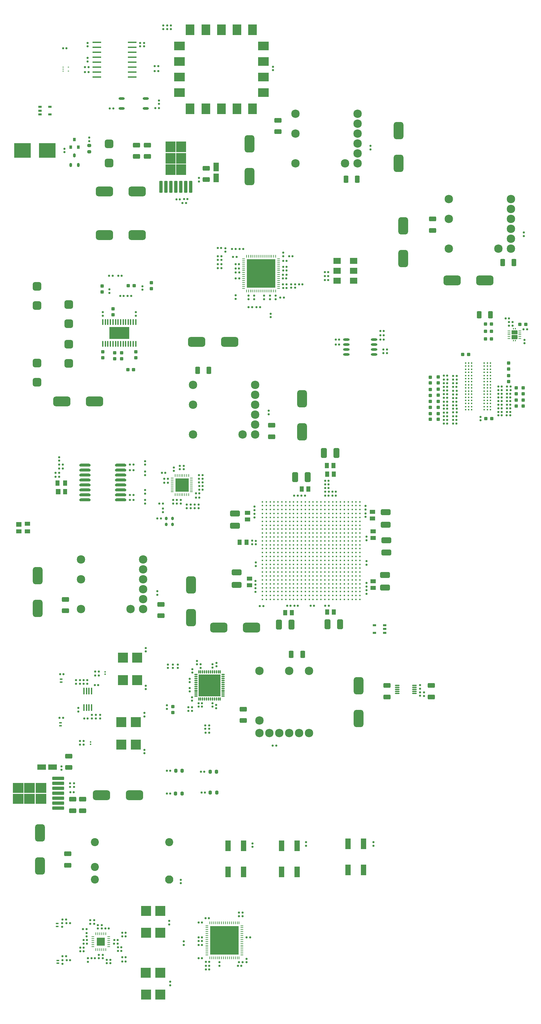
<source format=gtp>
%FSTAX23Y23*%
%MOIN*%
%SFA1B1*%

%IPPOS*%
%AMD34*
4,1,8,-0.021500,0.019500,-0.021500,-0.019500,-0.013500,-0.027500,0.013500,-0.027500,0.021500,-0.019500,0.021500,0.019500,0.013500,0.027500,-0.013500,0.027500,-0.021500,0.019500,0.0*
1,1,0.015913,-0.013500,0.019500*
1,1,0.015913,-0.013500,-0.019500*
1,1,0.015913,0.013500,-0.019500*
1,1,0.015913,0.013500,0.019500*
%
%AMD37*
4,1,8,-0.049200,0.062000,-0.049200,-0.062000,-0.024600,-0.086600,0.024600,-0.086600,0.049200,-0.062000,0.049200,0.062000,0.024600,0.086600,-0.024600,0.086600,-0.049200,0.062000,0.0*
1,1,0.049213,-0.024600,0.062000*
1,1,0.049213,-0.024600,-0.062000*
1,1,0.049213,0.024600,-0.062000*
1,1,0.049213,0.024600,0.062000*
%
%AMD38*
4,1,8,-0.004000,-0.010000,0.004000,-0.010000,0.010000,-0.004000,0.010000,0.004000,0.004000,0.010000,-0.004000,0.010000,-0.010000,0.004000,-0.010000,-0.004000,-0.004000,-0.010000,0.0*
1,1,0.012000,-0.004000,-0.004000*
1,1,0.012000,0.004000,-0.004000*
1,1,0.012000,0.004000,0.004000*
1,1,0.012000,-0.004000,0.004000*
%
%AMD40*
4,1,8,-0.017500,0.051500,-0.017500,-0.051500,-0.008800,-0.060200,0.008800,-0.060200,0.017500,-0.051500,0.017500,0.051500,0.008800,0.060200,-0.008800,0.060200,-0.017500,0.051500,0.0*
1,1,0.017520,-0.008800,0.051500*
1,1,0.017520,-0.008800,-0.051500*
1,1,0.017520,0.008800,-0.051500*
1,1,0.017520,0.008800,0.051500*
%
%AMD41*
4,1,8,0.023500,-0.027500,0.023500,0.027500,0.015500,0.035500,-0.015500,0.035500,-0.023500,0.027500,-0.023500,-0.027500,-0.015500,-0.035500,0.015500,-0.035500,0.023500,-0.027500,0.0*
1,1,0.015984,0.015500,-0.027500*
1,1,0.015984,0.015500,0.027500*
1,1,0.015984,-0.015500,0.027500*
1,1,0.015984,-0.015500,-0.027500*
%
%AMD42*
4,1,8,0.010000,-0.004000,0.010000,0.004000,0.004000,0.010000,-0.004000,0.010000,-0.010000,0.004000,-0.010000,-0.004000,-0.004000,-0.010000,0.004000,-0.010000,0.010000,-0.004000,0.0*
1,1,0.012000,0.004000,-0.004000*
1,1,0.012000,0.004000,0.004000*
1,1,0.012000,-0.004000,0.004000*
1,1,0.012000,-0.004000,-0.004000*
%
%AMD43*
4,1,8,0.027500,0.023500,-0.027500,0.023500,-0.035500,0.015500,-0.035500,-0.015500,-0.027500,-0.023500,0.027500,-0.023500,0.035500,-0.015500,0.035500,0.015500,0.027500,0.023500,0.0*
1,1,0.015984,0.027500,0.015500*
1,1,0.015984,-0.027500,0.015500*
1,1,0.015984,-0.027500,-0.015500*
1,1,0.015984,0.027500,-0.015500*
%
%AMD45*
4,1,8,0.066900,0.066900,-0.066900,0.066900,-0.066900,0.066900,-0.066900,-0.066900,-0.066900,-0.066900,0.066900,-0.066900,0.066900,-0.066900,0.066900,0.066900,0.066900,0.066900,0.0*
1,1,0.000000,0.066900,0.066900*
1,1,0.000000,-0.066900,0.066900*
1,1,0.000000,-0.066900,-0.066900*
1,1,0.000000,0.066900,-0.066900*
%
%AMD52*
4,1,8,0.062000,0.049200,-0.062000,0.049200,-0.086600,0.024600,-0.086600,-0.024600,-0.062000,-0.049200,0.062000,-0.049200,0.086600,-0.024600,0.086600,0.024600,0.062000,0.049200,0.0*
1,1,0.049213,0.062000,0.024600*
1,1,0.049213,-0.062000,0.024600*
1,1,0.049213,-0.062000,-0.024600*
1,1,0.049213,0.062000,-0.024600*
%
%AMD53*
4,1,8,0.029500,-0.037400,0.029500,0.037400,0.017700,0.049200,-0.017700,0.049200,-0.029500,0.037400,-0.029500,-0.037400,-0.017700,-0.049200,0.017700,-0.049200,0.029500,-0.037400,0.0*
1,1,0.023622,0.017700,-0.037400*
1,1,0.023622,0.017700,0.037400*
1,1,0.023622,-0.017700,0.037400*
1,1,0.023622,-0.017700,-0.037400*
%
%AMD54*
4,1,8,0.037400,0.029500,-0.037400,0.029500,-0.049200,0.017700,-0.049200,-0.017700,-0.037400,-0.029500,0.037400,-0.029500,0.049200,-0.017700,0.049200,0.017700,0.037400,0.029500,0.0*
1,1,0.023622,0.037400,0.017700*
1,1,0.023622,-0.037400,0.017700*
1,1,0.023622,-0.037400,-0.017700*
1,1,0.023622,0.037400,-0.017700*
%
%AMD55*
4,1,8,0.019500,0.021500,-0.019500,0.021500,-0.027500,0.013500,-0.027500,-0.013500,-0.019500,-0.021500,0.019500,-0.021500,0.027500,-0.013500,0.027500,0.013500,0.019500,0.021500,0.0*
1,1,0.015913,0.019500,0.013500*
1,1,0.015913,-0.019500,0.013500*
1,1,0.015913,-0.019500,-0.013500*
1,1,0.015913,0.019500,-0.013500*
%
%AMD57*
4,1,8,-0.011800,0.002800,-0.011800,-0.002800,-0.009900,-0.004700,0.009900,-0.004700,0.011800,-0.002800,0.011800,0.002800,0.009900,0.004700,-0.009900,0.004700,-0.011800,0.002800,0.0*
1,1,0.003874,-0.009900,0.002800*
1,1,0.003874,-0.009900,-0.002800*
1,1,0.003874,0.009900,-0.002800*
1,1,0.003874,0.009900,0.002800*
%
%AMD58*
4,1,8,0.017000,-0.011600,0.017000,0.011600,0.011100,0.017500,-0.011100,0.017500,-0.017000,0.011600,-0.017000,-0.011600,-0.011100,-0.017500,0.011100,-0.017500,0.017000,-0.011600,0.0*
1,1,0.011898,0.011100,-0.011600*
1,1,0.011898,0.011100,0.011600*
1,1,0.011898,-0.011100,0.011600*
1,1,0.011898,-0.011100,-0.011600*
%
%AMD59*
4,1,8,0.011600,0.017000,-0.011600,0.017000,-0.017500,0.011100,-0.017500,-0.011100,-0.011600,-0.017000,0.011600,-0.017000,0.017500,-0.011100,0.017500,0.011100,0.011600,0.017000,0.0*
1,1,0.011898,0.011600,0.011100*
1,1,0.011898,-0.011600,0.011100*
1,1,0.011898,-0.011600,-0.011100*
1,1,0.011898,0.011600,-0.011100*
%
%AMD61*
4,1,8,-0.011800,-0.015700,0.011800,-0.015700,0.019700,-0.007900,0.019700,0.007900,0.011800,0.015700,-0.011800,0.015700,-0.019700,0.007900,-0.019700,-0.007900,-0.011800,-0.015700,0.0*
1,1,0.015748,-0.011800,-0.007900*
1,1,0.015748,0.011800,-0.007900*
1,1,0.015748,0.011800,0.007900*
1,1,0.015748,-0.011800,0.007900*
%
%AMD62*
4,1,8,-0.012600,-0.016700,0.012600,-0.016700,0.014800,-0.014600,0.014800,0.014600,0.012600,0.016700,-0.012600,0.016700,-0.014800,0.014600,-0.014800,-0.014600,-0.012600,-0.016700,0.0*
1,1,0.004331,-0.012600,-0.014600*
1,1,0.004331,0.012600,-0.014600*
1,1,0.004331,0.012600,0.014600*
1,1,0.004331,-0.012600,0.014600*
%
%AMD63*
4,1,8,-0.007900,-0.018700,0.007900,-0.018700,0.014800,-0.011800,0.014800,0.011800,0.007900,0.018700,-0.007900,0.018700,-0.014800,0.011800,-0.014800,-0.011800,-0.007900,-0.018700,0.0*
1,1,0.013780,-0.007900,-0.011800*
1,1,0.013780,0.007900,-0.011800*
1,1,0.013780,0.007900,0.011800*
1,1,0.013780,-0.007900,0.011800*
%
%AMD66*
4,1,8,0.006400,0.015700,-0.006400,0.015700,-0.011800,0.010300,-0.011800,-0.010300,-0.006400,-0.015700,0.006400,-0.015700,0.011800,-0.010300,0.011800,0.010300,0.006400,0.015700,0.0*
1,1,0.010827,0.006400,0.010300*
1,1,0.010827,-0.006400,0.010300*
1,1,0.010827,-0.006400,-0.010300*
1,1,0.010827,0.006400,-0.010300*
%
%AMD68*
4,1,8,-0.023200,-0.042500,0.023200,-0.042500,0.044500,-0.021300,0.044500,0.021300,0.023200,0.042500,-0.023200,0.042500,-0.044500,0.021300,-0.044500,-0.021300,-0.023200,-0.042500,0.0*
1,1,0.042520,-0.023200,-0.021300*
1,1,0.042520,0.023200,-0.021300*
1,1,0.042520,0.023200,0.021300*
1,1,0.042520,-0.023200,0.021300*
%
%AMD73*
4,1,8,-0.051500,-0.017500,0.051500,-0.017500,0.060200,-0.008800,0.060200,0.008800,0.051500,0.017500,-0.051500,0.017500,-0.060200,0.008800,-0.060200,-0.008800,-0.051500,-0.017500,0.0*
1,1,0.017520,-0.051500,-0.008800*
1,1,0.017520,0.051500,-0.008800*
1,1,0.017520,0.051500,0.008800*
1,1,0.017520,-0.051500,0.008800*
%
%AMD79*
4,1,8,0.012800,-0.005900,0.012800,0.005900,0.011800,0.006900,-0.011800,0.006900,-0.012800,0.005900,-0.012800,-0.005900,-0.011800,-0.006900,0.011800,-0.006900,0.012800,-0.005900,0.0*
1,1,0.001969,0.011800,-0.005900*
1,1,0.001969,0.011800,0.005900*
1,1,0.001969,-0.011800,0.005900*
1,1,0.001969,-0.011800,-0.005900*
%
%AMD87*
4,1,8,-0.007900,0.003000,-0.007900,-0.003000,-0.005900,-0.004900,0.005900,-0.004900,0.007900,-0.003000,0.007900,0.003000,0.005900,0.004900,-0.005900,0.004900,-0.007900,0.003000,0.0*
1,1,0.003937,-0.005900,0.003000*
1,1,0.003937,-0.005900,-0.003000*
1,1,0.003937,0.005900,-0.003000*
1,1,0.003937,0.005900,0.003000*
%
%AMD93*
4,1,8,0.015700,-0.011800,0.015700,0.011800,0.007900,0.019700,-0.007900,0.019700,-0.015700,0.011800,-0.015700,-0.011800,-0.007900,-0.019700,0.007900,-0.019700,0.015700,-0.011800,0.0*
1,1,0.015748,0.007900,-0.011800*
1,1,0.015748,0.007900,0.011800*
1,1,0.015748,-0.007900,0.011800*
1,1,0.015748,-0.007900,-0.011800*
%
%ADD30R,0.101378X0.106693*%
%ADD31R,0.203149X0.122047*%
%ADD32R,0.106693X0.101378*%
%ADD33C,0.017716*%
G04~CAMADD=34~8~0.0~0.0~550.0~430.0~79.6~0.0~15~0.0~0.0~0.0~0.0~0~0.0~0.0~0.0~0.0~0~0.0~0.0~0.0~90.0~430.0~550.0*
%ADD34D34*%
%ADD35R,0.053150X0.106299*%
%ADD36C,0.085000*%
G04~CAMADD=37~8~0.0~0.0~1732.3~984.3~246.1~0.0~15~0.0~0.0~0.0~0.0~0~0.0~0.0~0.0~0.0~0~0.0~0.0~0.0~90.0~984.0~1732.0*
%ADD37D37*%
G04~CAMADD=38~8~0.0~0.0~200.0~200.0~60.0~0.0~15~0.0~0.0~0.0~0.0~0~0.0~0.0~0.0~0.0~0~0.0~0.0~0.0~180.0~200.0~200.0*
%ADD38D38*%
%ADD39R,0.037401X0.019685*%
G04~CAMADD=40~8~0.0~0.0~1204.7~350.4~87.6~0.0~15~0.0~0.0~0.0~0.0~0~0.0~0.0~0.0~0.0~0~0.0~0.0~0.0~90.0~350.0~1204.0*
%ADD40D40*%
G04~CAMADD=41~8~0.0~0.0~710.0~470.0~79.9~0.0~15~0.0~0.0~0.0~0.0~0~0.0~0.0~0.0~0.0~0~0.0~0.0~0.0~270.0~470.0~710.0*
%ADD41D41*%
G04~CAMADD=42~8~0.0~0.0~200.0~200.0~60.0~0.0~15~0.0~0.0~0.0~0.0~0~0.0~0.0~0.0~0.0~0~0.0~0.0~0.0~270.0~200.0~200.0*
%ADD42D42*%
G04~CAMADD=43~8~0.0~0.0~710.0~470.0~79.9~0.0~15~0.0~0.0~0.0~0.0~0~0.0~0.0~0.0~0.0~0~0.0~0.0~0.0~0.0~710.0~470.0*
%ADD43D43*%
%ADD44R,0.031496X0.009843*%
G04~CAMADD=45~8~0.0~0.0~1338.6~1338.6~0.0~0.0~15~0.0~0.0~0.0~0.0~0~0.0~0.0~0.0~0.0~0~0.0~0.0~0.0~0.0~1338.6~1338.6*
%ADD45D45*%
%ADD46R,0.009843X0.031496*%
%ADD47O,0.031496X0.009055*%
%ADD48O,0.009055X0.031496*%
%ADD49R,0.291338X0.291338*%
%ADD50R,0.074803X0.059055*%
%ADD51O,0.053150X0.011811*%
G04~CAMADD=52~8~0.0~0.0~1732.3~984.3~246.1~0.0~15~0.0~0.0~0.0~0.0~0~0.0~0.0~0.0~0.0~0~0.0~0.0~0.0~0.0~1732.3~984.3*
%ADD52D52*%
G04~CAMADD=53~8~0.0~0.0~984.3~590.6~118.1~0.0~15~0.0~0.0~0.0~0.0~0~0.0~0.0~0.0~0.0~0~0.0~0.0~0.0~270.0~590.0~984.0*
%ADD53D53*%
G04~CAMADD=54~8~0.0~0.0~984.3~590.6~118.1~0.0~15~0.0~0.0~0.0~0.0~0~0.0~0.0~0.0~0.0~0~0.0~0.0~0.0~0.0~984.3~590.6*
%ADD54D54*%
G04~CAMADD=55~8~0.0~0.0~550.0~430.0~79.6~0.0~15~0.0~0.0~0.0~0.0~0~0.0~0.0~0.0~0.0~0~0.0~0.0~0.0~0.0~550.0~430.0*
%ADD55D55*%
%ADD56R,0.053150X0.086614*%
G04~CAMADD=57~8~0.0~0.0~94.5~236.2~19.4~0.0~15~0.0~0.0~0.0~0.0~0~0.0~0.0~0.0~0.0~0~0.0~0.0~0.0~90.0~236.0~95.0*
%ADD57D57*%
G04~CAMADD=58~8~0.0~0.0~350.0~340.0~59.5~0.0~15~0.0~0.0~0.0~0.0~0~0.0~0.0~0.0~0.0~0~0.0~0.0~0.0~270.0~340.0~350.0*
%ADD58D58*%
G04~CAMADD=59~8~0.0~0.0~350.0~340.0~59.5~0.0~15~0.0~0.0~0.0~0.0~0~0.0~0.0~0.0~0.0~0~0.0~0.0~0.0~0.0~350.0~340.0*
%ADD59D59*%
%ADD60O,0.064960X0.023622*%
G04~CAMADD=61~8~0.0~0.0~393.7~315.0~78.7~0.0~15~0.0~0.0~0.0~0.0~0~0.0~0.0~0.0~0.0~0~0.0~0.0~0.0~180.0~394.0~315.0*
%ADD61D61*%
G04~CAMADD=62~8~0.0~0.0~295.3~334.6~21.7~0.0~15~0.0~0.0~0.0~0.0~0~0.0~0.0~0.0~0.0~0~0.0~0.0~0.0~180.0~296.0~335.0*
%ADD62D62*%
G04~CAMADD=63~8~0.0~0.0~295.3~374.0~68.9~0.0~15~0.0~0.0~0.0~0.0~0~0.0~0.0~0.0~0.0~0~0.0~0.0~0.0~180.0~296.0~374.0*
%ADD63D63*%
%ADD64R,0.108268X0.088582*%
%ADD65R,0.088582X0.108268*%
G04~CAMADD=66~8~0.0~0.0~236.2~315.0~54.1~0.0~15~0.0~0.0~0.0~0.0~0~0.0~0.0~0.0~0.0~0~0.0~0.0~0.0~0.0~236.2~315.0*
%ADD66D66*%
%ADD67O,0.011811X0.062992*%
G04~CAMADD=68~8~0.0~0.0~889.8~850.4~212.6~0.0~15~0.0~0.0~0.0~0.0~0~0.0~0.0~0.0~0.0~0~0.0~0.0~0.0~180.0~890.0~850.0*
%ADD68D68*%
%ADD69R,0.047244X0.055118*%
%ADD70R,0.039370X0.055118*%
%ADD71R,0.055118X0.047244*%
%ADD72R,0.055118X0.039370*%
G04~CAMADD=73~8~0.0~0.0~1204.7~350.4~87.6~0.0~15~0.0~0.0~0.0~0.0~0~0.0~0.0~0.0~0.0~0~0.0~0.0~0.0~180.0~1204.0~349.0*
%ADD73D73*%
%ADD74R,0.102362X0.098425*%
%ADD75R,0.291338X0.291338*%
%ADD76R,0.082677X0.082677*%
%ADD77O,0.007874X0.031496*%
%ADD78O,0.031496X0.007874*%
G04~CAMADD=79~8~0.0~0.0~137.8~255.9~9.8~0.0~15~0.0~0.0~0.0~0.0~0~0.0~0.0~0.0~0.0~0~0.0~0.0~0.0~270.0~256.0~138.0*
%ADD79D79*%
%ADD80O,0.011024X0.033465*%
%ADD81O,0.033465X0.011024*%
%ADD82R,0.220472X0.220472*%
%ADD83O,0.015748X0.070866*%
%ADD84R,0.018000X0.012000*%
%ADD85O,0.115000X0.030000*%
%ADD86R,0.167000X0.150000*%
G04~CAMADD=87~8~0.0~0.0~98.4~157.5~19.7~0.0~15~0.0~0.0~0.0~0.0~0~0.0~0.0~0.0~0.0~0~0.0~0.0~0.0~90.0~158.0~99.0*
%ADD87D87*%
%ADD88C,0.083031*%
%ADD89C,0.081000*%
%ADD90R,0.086614X0.053150*%
%ADD91O,0.062992X0.023622*%
%ADD92R,0.086575X0.018071*%
G04~CAMADD=93~8~0.0~0.0~393.7~315.0~78.7~0.0~15~0.0~0.0~0.0~0.0~0~0.0~0.0~0.0~0.0~0~0.0~0.0~0.0~270.0~316.0~394.0*
%ADD93D93*%
%LNprob_s7cas_pcb-1*%
%LPD*%
G36*
X054Y07084D02*
X05406Y07084D01*
X05406*
X05407Y07083*
X05408Y07083*
X05408Y07082*
Y07082*
Y07072*
Y07072*
X05408Y07071*
X05407Y07071*
X05406Y0707*
X05406*
X054*
X054*
X05399Y07071*
X05398Y07071*
X05398Y07072*
Y07072*
Y07082*
Y07082*
X05398Y07083*
X05399Y07083*
X054Y07084*
X054*
G37*
G36*
X0538D02*
X05386Y07084D01*
X05387*
X05387Y07083*
X05388Y07083*
X05388Y07082*
Y07082*
X05388Y07072*
Y07072*
X05388Y07071*
X05387Y07071*
X05387Y0707*
X05386*
X0538*
X0538*
X05379Y07071*
X05379Y07071*
X05378Y07072*
Y07072*
Y07082*
Y07082*
X05379Y07083*
X05379Y07083*
X0538Y07084*
X0538*
G37*
G36*
X05421Y07062D02*
X05422Y07061D01*
X05423Y07059*
Y07058*
Y07025*
Y07024*
X05422Y07022*
X05421Y07021*
X0542Y07021*
X05419*
X05368Y07021*
X05367*
X05365Y07021*
X05364Y07022*
X05364Y07024*
Y07025*
Y07058*
X05364Y07059*
X05364Y07061*
X05365Y07062*
X05367Y07062*
X05368Y07062*
X05419Y07062*
X0542*
X05421Y07062*
G37*
G36*
X0542Y07013D02*
X05421Y07012D01*
X05422Y07011*
X05423Y0701*
Y07009*
X05423Y06975*
Y06974*
X05422Y06973*
X05421Y06972*
X0542Y06971*
X05419*
X05368*
X05367*
X05365Y06972*
X05364Y06973*
X05364Y06974*
Y06975*
Y07009*
Y0701*
X05364Y07011*
X05365Y07012*
X05367Y07013*
X05368*
X05419Y07013*
X0542Y07013*
G37*
G36*
X054Y06963D02*
X05406D01*
X05406Y06963*
X05407Y06963*
X05408Y06962*
X05408Y06962*
Y06961*
Y06952*
Y06951*
X05408Y06951*
X05407Y0695*
X05406Y0695*
X05406*
X054Y0695*
X054Y0695*
X05399Y0695*
X05398Y06951*
X05398Y06951*
Y06952*
X05398Y06961*
Y06962*
X05398Y06962*
X05399Y06963*
X054Y06963*
X054*
G37*
G36*
X0538D02*
X05386D01*
X05387Y06963*
X05387Y06963*
X05388Y06962*
X05388Y06962*
Y06961*
Y06952*
Y06951*
X05388Y06951*
X05387Y0695*
X05387Y0695*
X05386*
X0538Y0695*
X0538Y0695*
X05379Y0695*
X05379Y06951*
X05378Y06951*
Y06952*
X05378Y06961*
Y06962*
X05379Y06962*
X05379Y06963*
X0538Y06963*
X0538*
G37*
G36*
X02098Y05527D02*
X02064D01*
Y05561*
X02098*
Y05527*
G37*
G36*
X02056D02*
X02021D01*
Y05561*
X02056*
Y05527*
G37*
G36*
X02014D02*
X01979D01*
Y05561*
X02014*
Y05527*
G37*
G36*
X02098Y05485D02*
X02064D01*
Y05519*
X02098*
Y05485*
G37*
G36*
X02056D02*
X02021D01*
Y05519*
X02056*
Y05485*
G37*
G36*
X02014D02*
X01979D01*
Y05519*
X02014*
Y05485*
G37*
G36*
X02098Y05442D02*
X02064D01*
Y05477*
X02098*
Y05442*
G37*
G36*
X02056D02*
X02021D01*
Y05477*
X02056*
Y05442*
G37*
G36*
X02014D02*
X01979D01*
Y05477*
X02014*
Y05442*
G37*
G54D30*
X02032Y08796D03*
Y08681D03*
Y0891D03*
X01923D03*
Y08681D03*
Y08796D03*
G54D31*
X01407Y07033D03*
G54D32*
X00502Y02448D03*
X00616D03*
X00387D03*
Y02338D03*
X00616D03*
X00502D03*
G54D33*
X0285Y05332D03*
Y05293D03*
Y05214D03*
Y05254D03*
Y05175D03*
Y05136D03*
Y05057D03*
Y05017D03*
Y04978D03*
Y04899D03*
Y04939D03*
Y05096D03*
Y0486D03*
Y04821D03*
Y04781D03*
Y04742D03*
Y04663D03*
Y04702D03*
Y04624D03*
Y04466D03*
Y04427D03*
Y04506D03*
Y04545D03*
Y04584D03*
Y04388D03*
Y04348D03*
X0289Y05332D03*
Y05293D03*
Y05254D03*
Y05214D03*
Y05175D03*
Y05136D03*
Y05096D03*
Y05057D03*
Y05017D03*
Y04978D03*
Y04939D03*
Y04899D03*
Y0486D03*
Y04821D03*
Y04781D03*
Y04742D03*
Y04702D03*
Y04663D03*
Y04624D03*
Y04584D03*
Y04545D03*
Y04506D03*
Y04466D03*
Y04427D03*
Y04388D03*
Y04348D03*
X02929Y05332D03*
Y05293D03*
Y05254D03*
Y05214D03*
Y05175D03*
Y05136D03*
Y05096D03*
Y05057D03*
Y05017D03*
Y04978D03*
Y04939D03*
Y04899D03*
Y0486D03*
Y04821D03*
Y04781D03*
Y04742D03*
Y04702D03*
Y04663D03*
Y04624D03*
Y04584D03*
Y04545D03*
Y04506D03*
Y04466D03*
Y04427D03*
Y04388D03*
Y04348D03*
X02968Y05332D03*
Y05293D03*
Y05254D03*
Y05214D03*
Y05175D03*
Y05136D03*
Y05096D03*
Y05057D03*
Y05017D03*
Y04978D03*
Y04939D03*
Y04899D03*
Y0486D03*
Y04821D03*
Y04781D03*
Y04742D03*
Y04702D03*
Y04663D03*
Y04624D03*
Y04584D03*
Y04545D03*
Y04506D03*
Y04466D03*
Y04427D03*
Y04388D03*
Y04348D03*
X03008Y05332D03*
Y05293D03*
Y05254D03*
Y05214D03*
Y05175D03*
Y05136D03*
Y05096D03*
Y05057D03*
Y05017D03*
Y04978D03*
Y04939D03*
Y04899D03*
Y0486D03*
Y04821D03*
Y04781D03*
Y04742D03*
Y04702D03*
Y04663D03*
Y04624D03*
Y04584D03*
Y04545D03*
Y04506D03*
Y04466D03*
Y04427D03*
Y04388D03*
Y04348D03*
X03047Y05332D03*
Y05293D03*
Y05254D03*
Y05214D03*
Y05175D03*
Y05136D03*
Y05096D03*
Y05057D03*
Y05017D03*
Y04978D03*
Y04939D03*
Y04899D03*
Y0486D03*
Y04821D03*
Y04781D03*
Y04742D03*
Y04702D03*
Y04663D03*
Y04624D03*
Y04584D03*
Y04545D03*
Y04506D03*
Y04466D03*
Y04427D03*
Y04388D03*
Y04348D03*
X03086Y05332D03*
Y05293D03*
Y05254D03*
Y05214D03*
Y05175D03*
Y05136D03*
Y05096D03*
Y05057D03*
Y05017D03*
Y04978D03*
Y04939D03*
Y04899D03*
Y0486D03*
Y04821D03*
Y04781D03*
Y04742D03*
Y04702D03*
Y04663D03*
Y04624D03*
Y04584D03*
Y04545D03*
Y04506D03*
Y04466D03*
Y04427D03*
Y04388D03*
Y04348D03*
X03126Y05332D03*
Y05293D03*
Y05254D03*
Y05214D03*
Y05175D03*
Y05136D03*
Y05096D03*
Y05057D03*
Y05017D03*
Y04978D03*
Y04939D03*
Y04899D03*
Y0486D03*
Y04821D03*
Y04781D03*
Y04742D03*
Y04702D03*
Y04663D03*
Y04624D03*
Y04584D03*
Y04545D03*
Y04506D03*
Y04466D03*
Y04427D03*
Y04388D03*
Y04348D03*
X03165Y05332D03*
Y05293D03*
Y05254D03*
Y05214D03*
Y05175D03*
Y05136D03*
Y05096D03*
Y05057D03*
Y05017D03*
Y04978D03*
Y04939D03*
Y04899D03*
Y0486D03*
Y04821D03*
Y04781D03*
Y04742D03*
Y04702D03*
Y04663D03*
Y04624D03*
Y04584D03*
Y04545D03*
Y04506D03*
Y04466D03*
Y04427D03*
Y04388D03*
Y04348D03*
X03205Y05332D03*
Y05293D03*
Y05254D03*
Y05214D03*
Y05175D03*
Y05136D03*
Y05096D03*
Y05057D03*
Y05017D03*
Y04978D03*
Y04939D03*
Y04899D03*
Y0486D03*
Y04821D03*
Y04781D03*
Y04742D03*
Y04702D03*
Y04663D03*
Y04624D03*
Y04584D03*
Y04545D03*
Y04506D03*
Y04466D03*
Y04427D03*
Y04388D03*
Y04348D03*
X03244Y05332D03*
Y05293D03*
Y05254D03*
Y05214D03*
Y05175D03*
Y05136D03*
Y05096D03*
Y05057D03*
Y05017D03*
Y04978D03*
Y04939D03*
Y04899D03*
Y0486D03*
Y04821D03*
Y04781D03*
Y04742D03*
Y04702D03*
Y04663D03*
Y04624D03*
Y04584D03*
Y04545D03*
Y04506D03*
Y04466D03*
Y04427D03*
Y04388D03*
Y04348D03*
X03283Y05332D03*
Y05293D03*
Y05254D03*
Y05214D03*
Y05175D03*
Y05136D03*
Y05096D03*
Y05057D03*
Y05017D03*
Y04978D03*
Y04939D03*
Y04899D03*
Y0486D03*
Y04821D03*
Y04781D03*
Y04742D03*
Y04702D03*
Y04663D03*
Y04624D03*
Y04584D03*
Y04545D03*
Y04506D03*
Y04466D03*
Y04427D03*
Y04388D03*
Y04348D03*
X03323Y05332D03*
Y05293D03*
Y05254D03*
Y05214D03*
Y05175D03*
Y05136D03*
Y05096D03*
Y05057D03*
Y05017D03*
Y04978D03*
Y04939D03*
Y04899D03*
Y0486D03*
Y04821D03*
Y04781D03*
Y04742D03*
Y04702D03*
Y04663D03*
Y04624D03*
Y04584D03*
Y04545D03*
Y04506D03*
Y04466D03*
Y04427D03*
Y04388D03*
Y04348D03*
X03362Y05332D03*
Y05293D03*
Y05254D03*
Y05214D03*
Y05175D03*
Y05136D03*
Y05096D03*
Y05057D03*
Y05017D03*
Y04978D03*
Y04939D03*
Y04899D03*
Y0486D03*
Y04821D03*
Y04781D03*
Y04742D03*
Y04702D03*
Y04663D03*
Y04624D03*
Y04584D03*
Y04545D03*
Y04506D03*
Y04466D03*
Y04427D03*
Y04388D03*
Y04348D03*
X03401Y05332D03*
Y05293D03*
Y05254D03*
Y05214D03*
Y05175D03*
Y05136D03*
Y05096D03*
Y05057D03*
Y05017D03*
Y04978D03*
Y04939D03*
Y04899D03*
Y0486D03*
Y04821D03*
Y04781D03*
Y04742D03*
Y04702D03*
Y04663D03*
Y04624D03*
Y04584D03*
Y04545D03*
Y04506D03*
Y04466D03*
Y04427D03*
Y04388D03*
Y04348D03*
X03441Y05332D03*
Y05293D03*
Y05254D03*
Y05214D03*
Y05175D03*
Y05136D03*
Y05096D03*
Y05057D03*
Y05017D03*
Y04978D03*
Y04939D03*
Y04899D03*
Y0486D03*
Y04821D03*
Y04781D03*
Y04742D03*
Y04702D03*
Y04663D03*
Y04624D03*
Y04584D03*
Y04545D03*
Y04506D03*
Y04466D03*
Y04427D03*
Y04388D03*
Y04348D03*
X0348Y05332D03*
Y05293D03*
Y05254D03*
Y05214D03*
Y05175D03*
Y05136D03*
Y05096D03*
Y05057D03*
Y05017D03*
Y04978D03*
Y04939D03*
Y04899D03*
Y0486D03*
Y04821D03*
Y04781D03*
Y04742D03*
Y04702D03*
Y04663D03*
Y04624D03*
Y04584D03*
Y04545D03*
Y04506D03*
Y04466D03*
Y04427D03*
Y04388D03*
Y04348D03*
X03519Y05332D03*
Y05293D03*
Y05254D03*
Y05214D03*
Y05175D03*
Y05136D03*
Y05096D03*
Y05057D03*
Y05017D03*
Y04978D03*
Y04939D03*
Y04899D03*
Y0486D03*
Y04821D03*
Y04781D03*
Y04742D03*
Y04702D03*
Y04663D03*
Y04624D03*
Y04584D03*
Y04545D03*
Y04506D03*
Y04466D03*
Y04427D03*
Y04388D03*
Y04348D03*
X03559Y05332D03*
Y05293D03*
Y05254D03*
Y05214D03*
Y05175D03*
Y05136D03*
Y05096D03*
Y05057D03*
Y05017D03*
Y04978D03*
Y04939D03*
Y04899D03*
Y0486D03*
Y04821D03*
Y04781D03*
Y04742D03*
Y04702D03*
Y04663D03*
Y04624D03*
Y04584D03*
Y04545D03*
Y04506D03*
Y04466D03*
Y04427D03*
Y04388D03*
Y04348D03*
X03598Y05332D03*
Y05293D03*
Y05254D03*
Y05214D03*
Y05175D03*
Y05136D03*
Y05096D03*
Y05057D03*
Y05017D03*
Y04978D03*
Y04939D03*
Y04899D03*
Y0486D03*
Y04821D03*
Y04781D03*
Y04742D03*
Y04702D03*
Y04663D03*
Y04624D03*
Y04584D03*
Y04545D03*
Y04506D03*
Y04466D03*
Y04427D03*
Y04388D03*
Y04348D03*
X03638Y05332D03*
Y05293D03*
Y05254D03*
Y05214D03*
Y05175D03*
Y05136D03*
Y05096D03*
Y05057D03*
Y05017D03*
Y04978D03*
Y04939D03*
Y04899D03*
Y0486D03*
Y04821D03*
Y04781D03*
Y04742D03*
Y04702D03*
Y04663D03*
Y04624D03*
Y04584D03*
Y04545D03*
Y04506D03*
Y04466D03*
Y04427D03*
Y04388D03*
Y04348D03*
X03677Y05332D03*
Y05293D03*
Y05254D03*
Y05214D03*
Y05175D03*
Y05136D03*
Y05096D03*
Y05057D03*
Y05017D03*
Y04978D03*
Y04939D03*
Y04899D03*
Y0486D03*
Y04821D03*
Y04781D03*
Y04742D03*
Y04702D03*
Y04663D03*
Y04624D03*
Y04584D03*
Y04545D03*
Y04506D03*
Y04466D03*
Y04427D03*
Y04388D03*
Y04348D03*
X03716Y05332D03*
Y05293D03*
Y05254D03*
Y05214D03*
Y05175D03*
Y05136D03*
Y05096D03*
Y05057D03*
Y05017D03*
Y04978D03*
Y04939D03*
Y04899D03*
Y0486D03*
Y04821D03*
Y04781D03*
Y04742D03*
Y04702D03*
Y04663D03*
Y04624D03*
Y04584D03*
Y04545D03*
Y04506D03*
Y04466D03*
Y04427D03*
Y04388D03*
Y04348D03*
X03756Y05332D03*
Y05293D03*
Y05254D03*
Y05214D03*
Y05175D03*
Y05136D03*
Y05096D03*
Y05057D03*
Y05017D03*
Y04978D03*
Y04939D03*
Y04899D03*
Y0486D03*
Y04821D03*
Y04781D03*
Y04742D03*
Y04702D03*
Y04663D03*
Y04624D03*
Y04584D03*
Y04545D03*
Y04506D03*
Y04466D03*
Y04427D03*
Y04388D03*
Y04348D03*
X03795Y05332D03*
Y05293D03*
Y05254D03*
Y05214D03*
Y05175D03*
Y05136D03*
Y05096D03*
Y05057D03*
Y05017D03*
Y04978D03*
Y04939D03*
Y04899D03*
Y0486D03*
Y04821D03*
Y04781D03*
Y04742D03*
Y04702D03*
Y04663D03*
Y04624D03*
Y04584D03*
Y04545D03*
Y04506D03*
Y04466D03*
Y04427D03*
Y04388D03*
Y04348D03*
X03834Y05332D03*
Y05293D03*
Y05254D03*
Y05214D03*
Y05175D03*
Y05136D03*
Y05096D03*
Y05057D03*
Y05017D03*
Y04978D03*
Y04939D03*
Y04899D03*
Y0486D03*
Y04821D03*
Y04781D03*
Y04742D03*
Y04702D03*
Y04663D03*
Y04624D03*
Y04584D03*
Y04545D03*
Y04506D03*
Y04466D03*
Y04427D03*
Y04388D03*
Y04348D03*
X05151Y0626D03*
X05119D03*
X05088D03*
X04962D03*
X0493D03*
X04899D03*
X05151Y06291D03*
X05119D03*
X05088D03*
X04962D03*
X0493D03*
X04899D03*
X05151Y06323D03*
X05119D03*
X05088D03*
X04962D03*
X0493D03*
X04899D03*
X05151Y06354D03*
X05119D03*
X05088D03*
X04962D03*
X0493D03*
X04899D03*
X05151Y06386D03*
X05119D03*
X05088D03*
X04962D03*
X0493D03*
X04899D03*
X05151Y06417D03*
X05119D03*
X05088D03*
X04962D03*
X0493D03*
X04899D03*
X05151Y06449D03*
X05119D03*
X05088D03*
X04962D03*
X0493D03*
X04899D03*
X05151Y0648D03*
X05119D03*
X05088D03*
X04962D03*
X0493D03*
X04899D03*
X05151Y06512D03*
X05119D03*
X05088D03*
X04962D03*
X0493D03*
X04899D03*
X05151Y06543D03*
X05119D03*
X05088D03*
X04962D03*
X0493D03*
X04899D03*
X05151Y06575D03*
X05119D03*
X05088D03*
X04962D03*
X0493D03*
X04899D03*
X05151Y06606D03*
X05119D03*
X05088D03*
X04962D03*
X0493D03*
X04899D03*
X05151Y06638D03*
X05119D03*
X05088D03*
X04962D03*
X0493D03*
X04899D03*
X05151Y06669D03*
X05119D03*
X05088D03*
X04962D03*
X0493D03*
X04899D03*
X05151Y06701D03*
X05119D03*
X05088D03*
X04962D03*
X0493D03*
X04899D03*
X05151Y06732D03*
X05119D03*
X05088D03*
X04962D03*
X0493D03*
X04899D03*
G54D34*
X03148Y04216D03*
X03081D03*
X03568Y05699D03*
X03501D03*
X0357Y0561D03*
X03503D03*
X03571Y04222D03*
X03504D03*
X02622Y04926D03*
X02689D03*
X03314Y05461D03*
X03247D03*
G54D35*
X02503Y01866D03*
X0266Y016D03*
Y01866D03*
X02503Y016D03*
X03043D03*
X032Y01866D03*
Y016D03*
X03043Y01866D03*
X03713Y01886D03*
X0387Y0162D03*
Y01886D03*
X03713Y0162D03*
G54D36*
X03319Y03627D03*
X03119D03*
X02819D03*
X03319Y03002D03*
X03119D03*
X03219D03*
X02919D03*
X03019D03*
X02819Y03127D03*
Y03002D03*
X0381Y08743D03*
X03685D03*
X0381Y08943D03*
Y08843D03*
Y09143D03*
Y09043D03*
Y09243D03*
X03185Y08743D03*
Y09043D03*
Y09243D03*
X04732Y08386D03*
Y08186D03*
Y07886D03*
X05357Y08386D03*
Y08186D03*
Y08286D03*
Y07986D03*
Y08086D03*
X05232Y07886D03*
X05357D03*
X01022Y04752D03*
Y04552D03*
Y04252D03*
X01647Y04752D03*
Y04552D03*
Y04652D03*
Y04352D03*
Y04452D03*
X01522Y04252D03*
X01647D03*
X02776Y0601D03*
X02651D03*
X02776Y0621D03*
Y0611D03*
Y0641D03*
Y0631D03*
Y0651D03*
X02151Y0601D03*
Y0631D03*
Y0651D03*
G54D37*
X04272Y07783D03*
Y08113D03*
X04225Y08743D03*
Y09074D03*
X02719Y08942D03*
Y08612D03*
X0382Y03478D03*
Y03147D03*
X03251Y06039D03*
Y0637D03*
X02129Y04163D03*
Y04494D03*
X00583Y04589D03*
Y04258D03*
X00608Y01662D03*
Y01993D03*
G54D38*
X01213Y03148D03*
Y03183D03*
X02985Y07411D03*
Y07376D03*
X02709Y07411D03*
Y07376D03*
X02867Y07411D03*
Y07376D03*
X02926Y07411D03*
Y07376D03*
X02768Y07411D03*
Y07376D03*
X02582Y07413D03*
Y07378D03*
X02478Y07888D03*
Y07853D03*
X03179Y07525D03*
Y0749D03*
X03139Y07525D03*
Y0749D03*
X03059Y07809D03*
Y07844D03*
X02935Y07193D03*
Y07228D03*
X0394Y08921D03*
Y08886D03*
X04441Y03377D03*
Y03412D03*
X04441Y03483D03*
Y03448D03*
X04479Y03411D03*
Y03376D03*
X03889Y0529D03*
Y05255D03*
X02782Y04533D03*
Y04498D03*
X02782Y04426D03*
Y04461D03*
X039Y04698D03*
Y04733D03*
Y04514D03*
Y04479D03*
Y04406D03*
Y04441D03*
Y0498D03*
Y04945D03*
X03889Y05181D03*
Y05216D03*
X02785Y04686D03*
Y04721D03*
X02747Y04906D03*
Y04941D03*
X02785Y04904D03*
Y04939D03*
X0277Y05176D03*
Y05211D03*
X0277Y05283D03*
Y05248D03*
X02914Y0625D03*
Y06215D03*
X02211Y08597D03*
Y08562D03*
X05049Y06153D03*
Y06188D03*
X05493Y0693D03*
Y06965D03*
X05487Y08047D03*
Y08012D03*
X01104Y09004D03*
Y08969D03*
X00853Y08892D03*
Y08857D03*
X01852Y10098D03*
Y10133D03*
X01891Y10099D03*
Y10134D03*
X01927Y10099D03*
Y10134D03*
X01617Y09958D03*
Y09923D03*
X01657Y09958D03*
Y09923D03*
X01807Y09379D03*
Y09344D03*
X01087Y09772D03*
Y09807D03*
X01087Y09958D03*
Y09923D03*
X02087Y05303D03*
Y05268D03*
X02128Y05303D03*
Y05268D03*
X02167Y05303D03*
Y05268D03*
X02207Y05303D03*
Y05268D03*
X02016Y0566D03*
Y05695D03*
X01957Y05643D03*
Y05678D03*
X02056Y0566D03*
Y05695D03*
X02027Y05351D03*
Y05316D03*
X0195Y05351D03*
Y05316D03*
X01988D03*
Y05351D03*
X01846Y05263D03*
Y05228D03*
X01306Y07474D03*
Y07439D03*
X01639Y07506D03*
Y07471D03*
X01574Y07243D03*
Y07208D03*
X01241Y07243D03*
Y07208D03*
X01667Y05742D03*
Y05707D03*
X01667Y05602D03*
Y05637D03*
X01667Y05316D03*
Y05351D03*
X01667Y0545D03*
Y05415D03*
X01789Y04431D03*
Y04396D03*
X02026Y01522D03*
Y01487D03*
X00824Y02665D03*
Y0263D03*
X00949Y02493D03*
Y02458D03*
X00911Y02459D03*
Y02494D03*
X02056Y009D03*
Y00865D03*
X01921Y00458D03*
Y00493D03*
X02692Y00691D03*
Y00726D03*
X02418Y00656D03*
Y00691D03*
X00832Y01084D03*
Y01049D03*
X00835Y0071D03*
Y00675D03*
X01911Y01072D03*
Y01107D03*
X012Y0073D03*
Y00765D03*
X01192Y0103D03*
Y01065D03*
X01153Y01078D03*
Y01113D03*
X01078Y00986D03*
Y00951D03*
X0109Y00696D03*
Y00731D03*
X01115Y01078D03*
Y01113D03*
X01318Y0068D03*
Y00715D03*
X0124Y0073D03*
Y00765D03*
X01281Y0068D03*
Y00715D03*
X01229Y0103D03*
Y01065D03*
X02275Y03078D03*
Y03043D03*
X02315Y03078D03*
Y03043D03*
X01887Y03245D03*
Y0328D03*
X0166Y02797D03*
Y02832D03*
X01675Y03858D03*
Y03823D03*
Y03444D03*
Y03479D03*
X00994Y03218D03*
Y03253D03*
X01084Y03534D03*
Y03499D03*
X01009Y03534D03*
Y03499D03*
X00969Y03534D03*
Y03499D03*
X01047Y03534D03*
Y03499D03*
X01172Y03183D03*
Y03148D03*
X01129Y03183D03*
Y03148D03*
X01898Y03692D03*
Y03657D03*
X01996Y03692D03*
Y03657D03*
X01948Y03692D03*
Y03657D03*
X02144Y03645D03*
Y0361D03*
X02118Y03548D03*
Y03513D03*
X02118Y03421D03*
Y03456D03*
X02206Y03302D03*
Y03267D03*
X02141Y03362D03*
Y03327D03*
X02387Y03674D03*
Y03709D03*
X02189Y03693D03*
Y03728D03*
X02384Y03285D03*
Y0325D03*
X02228Y03659D03*
Y03694D03*
X02346Y0366D03*
Y03695D03*
X02347Y03302D03*
Y03267D03*
X02103Y0326D03*
Y03225D03*
X02142Y0326D03*
Y03225D03*
X0224Y03302D03*
Y03267D03*
X0166Y03203D03*
Y03168D03*
X00802Y05747D03*
Y05782D03*
X02957Y09683D03*
Y09718D03*
X02751Y01888D03*
Y01853D03*
X03291Y01901D03*
Y01866D03*
X03971Y01866D03*
Y01901D03*
G54D39*
X03981Y04012D03*
Y04087D03*
X04083D03*
Y0405D03*
Y04012D03*
X00606Y09314D03*
Y09276D03*
Y09239D03*
X00708D03*
Y09314D03*
G54D40*
X01827Y08508D03*
X01877D03*
X01927D03*
X01977D03*
X02027D03*
X02077D03*
X02127D03*
G54D41*
X05387Y07744D03*
X05273D03*
X03807Y08583D03*
X03693D03*
X03142Y03794D03*
X03256D03*
X0231Y06658D03*
X02196D03*
X05152Y07218D03*
X05038D03*
G54D42*
X0552Y0707D03*
X05485D03*
X03484Y05434D03*
X03519D03*
X02402Y07809D03*
X02437D03*
X0258Y07881D03*
X02545D03*
X02621D03*
X02656D03*
X02589Y07801D03*
X02554D03*
X02402Y07771D03*
X02437D03*
X02436Y07689D03*
X02401D03*
X02436Y07728D03*
X02401D03*
X02617Y07584D03*
X02582D03*
X02614Y07728D03*
X02579D03*
X02614Y07686D03*
X02579D03*
X02617Y07643D03*
X02582D03*
X02434Y07891D03*
X02399D03*
X03032Y07391D03*
X03067D03*
X03058Y07525D03*
X03093D03*
X03514Y07567D03*
X03479D03*
X03514Y07607D03*
X03479D03*
X03254Y07525D03*
X03219D03*
X03515Y07647D03*
X0348D03*
X03058Y07622D03*
X03093D03*
X03059Y07489D03*
X03094D03*
X03057Y07585D03*
X03092D03*
X03059Y07663D03*
X03094D03*
X03059Y07761D03*
X03094D03*
X03059Y07701D03*
X03094D03*
X03119Y07809D03*
X03154D03*
X02711Y07293D03*
X02746D03*
X02792D03*
X02827D03*
X0299Y02875D03*
X02955D03*
X03099Y04284D03*
X03134D03*
X03208D03*
X03173D03*
X02825Y0428D03*
X0286D03*
X03518Y05472D03*
X03483D03*
X03518Y05545D03*
X03483D03*
X0352Y04285D03*
X03485D03*
X03372Y04283D03*
X03337D03*
X03518Y05509D03*
X03483D03*
X0328Y05396D03*
X03245D03*
X03591Y05433D03*
X03556D03*
X03171Y05395D03*
X03206D03*
X03483Y05396D03*
X03518D03*
X03591D03*
X03556D03*
X02044Y08345D03*
X02079D03*
X02095Y08383D03*
X0206D03*
X02018Y08381D03*
X01983D03*
X04809Y06451D03*
X04774D03*
X04808Y06306D03*
X04773D03*
X04809Y06415D03*
X04774D03*
X04808Y06342D03*
X04773D03*
X04808Y06379D03*
X04773D03*
X04808Y06157D03*
X04773D03*
X04808Y06195D03*
X04773D03*
X04809Y06233D03*
X04774D03*
X04809Y0627D03*
X04774D03*
X04808Y06121D03*
X04773D03*
X04809Y06602D03*
X04774D03*
X04714Y06603D03*
X04679D03*
X04074Y07011D03*
X04039D03*
X0359Y06968D03*
X03625D03*
X0359Y06918D03*
X03625D03*
X04072Y06831D03*
X04107D03*
X04107Y06868D03*
X04072D03*
X04075Y06968D03*
X0404D03*
X04075Y07053D03*
X0404D03*
X05229Y06275D03*
X05264D03*
X0523Y06421D03*
X05265D03*
X0523Y06348D03*
X05265D03*
X05229Y06239D03*
X05264D03*
X05229Y06312D03*
X05264D03*
X0523Y06385D03*
X05265D03*
X0523Y06493D03*
X05265D03*
X05229Y06457D03*
X05264D03*
X04714Y06121D03*
X04679D03*
X04715Y06491D03*
X0468D03*
X05317Y06385D03*
X05352D03*
X05318Y06493D03*
X05353D03*
X05315Y06204D03*
X0535D03*
X05316Y06239D03*
X05351D03*
X05318Y06457D03*
X05353D03*
X05317Y06348D03*
X05352D03*
X05316Y06311D03*
X05351D03*
X04714Y0638D03*
X04679D03*
X04714Y06306D03*
X04679D03*
X04808Y06491D03*
X04773D03*
X04714Y06417D03*
X04679D03*
X04714Y06342D03*
X04679D03*
X04715Y06195D03*
X0468D03*
X04715Y0627D03*
X0468D03*
X04714Y06157D03*
X04679D03*
X04715Y06231D03*
X0468D03*
X04714Y06453D03*
X04679D03*
X04715Y06527D03*
X0468D03*
X04809D03*
X04774D03*
X04717Y06564D03*
X04682D03*
X04809Y06565D03*
X04774D03*
X05317Y06421D03*
X05352D03*
X05229Y06203D03*
X05264D03*
X05316Y06275D03*
X05351D03*
X05303Y0718D03*
X05338D03*
X05338Y07143D03*
X05373D03*
Y07107D03*
X05338D03*
X01887Y02392D03*
X01922D03*
X01887Y02622D03*
X01922D03*
X02236Y02401D03*
X02271D03*
X02229Y02611D03*
X02264D03*
X018Y09724D03*
X01765D03*
X018Y09674D03*
X01765D03*
X01807Y09301D03*
X01772D03*
X01347Y09299D03*
X01312D03*
X01097Y09664D03*
X01062D03*
X01097Y09714D03*
X01062D03*
X02212Y05601D03*
X02247D03*
X02213Y0549D03*
X02248D03*
X02212Y05528D03*
X02247D03*
X02213Y05453D03*
X02248D03*
X02212Y05564D03*
X02247D03*
X01827Y05165D03*
X01792D03*
X0218Y05376D03*
X02215D03*
X0218Y05417D03*
X02215D03*
X01872Y05625D03*
X01837D03*
X01896Y05564D03*
X01861D03*
X01846Y05314D03*
X01811D03*
X01897Y05525D03*
X01862D03*
X01396Y0761D03*
X01431D03*
X0134D03*
X01305D03*
X01526Y07407D03*
X01491D03*
X01452Y07407D03*
X01417D03*
X01514Y05707D03*
X01549D03*
X01514Y05351D03*
X01549D03*
X0155Y05402D03*
X01515D03*
X0155Y0565D03*
X01515D03*
X00837Y05707D03*
X00802D03*
X00764Y05625D03*
X00799D03*
X00764Y05586D03*
X00799D03*
X00837Y05668D03*
X00802D03*
X00948Y02406D03*
X00913D03*
X02206Y00866D03*
X02241D03*
X02206Y00903D03*
X02241D03*
X02206Y00941D03*
X02241D03*
X01472Y00699D03*
X01437D03*
X01471Y00741D03*
X01436D03*
X02726Y00941D03*
X02691D03*
X0265Y00691D03*
X02615D03*
X02638Y00653D03*
X02603D03*
X02207Y0073D03*
X02242D03*
X02279Y00694D03*
X02314D03*
X02279Y00656D03*
X02314D03*
X02279Y00619D03*
X02314D03*
X00834Y01121D03*
X00869D03*
X00874Y01084D03*
X00909D03*
X00835Y0075D03*
X0087D03*
X00876Y00711D03*
X00911D03*
X01302Y01031D03*
X01267D03*
X01042Y01024D03*
X01077D03*
X01013Y008D03*
X01048D03*
X01047Y00914D03*
X01082D03*
X01047Y00878D03*
X01082D03*
X01013Y00839D03*
X01048D03*
X01127Y0073D03*
X01162D03*
X01356Y00913D03*
X01391D03*
X01393Y0084D03*
X01428D03*
X01355Y00877D03*
X0139D03*
X01471Y00951D03*
X01436D03*
X01471Y00988D03*
X01436D03*
X01393Y00805D03*
X01428D03*
X02206Y01091D03*
X02241D03*
X0265Y01153D03*
X02615D03*
X0265Y01191D03*
X02615D03*
X02276Y01133D03*
X02311D03*
X02313Y03006D03*
X02278D03*
X01046Y02885D03*
X01011D03*
X01046Y02922D03*
X01011D03*
X01199Y03622D03*
X01164D03*
X01199Y0358D03*
X01164D03*
X0116Y03484D03*
X01195D03*
X01053Y03148D03*
X01088D03*
X0084Y03155D03*
X00805D03*
X00845Y03595D03*
X0081D03*
X00839Y09903D03*
X00874D03*
G54D43*
X02657Y03127D03*
Y03241D03*
X03007Y09063D03*
Y09177D03*
X04553Y0348D03*
Y03366D03*
X04106Y0348D03*
Y03366D03*
X02945Y05989D03*
Y06103D03*
X01581Y08813D03*
Y08927D03*
X01692Y08813D03*
Y08927D03*
X02284Y0858D03*
Y08694D03*
X04567Y08183D03*
Y08069D03*
X01827Y04297D03*
Y04183D03*
X00886Y01669D03*
Y01783D03*
X00864Y04234D03*
Y04348D03*
X00898Y02769D03*
Y02655D03*
X00938Y02333D03*
Y02219D03*
X01038Y02333D03*
Y02219D03*
G54D44*
X01942Y05452D03*
X02135Y05571D03*
Y05551D03*
Y05531D03*
Y05512D03*
Y05492D03*
Y05472D03*
Y05452D03*
Y05433D03*
X01942D03*
Y05472D03*
Y05492D03*
Y05512D03*
Y05531D03*
Y05551D03*
Y05571D03*
G54D45*
X02039Y05502D03*
G54D46*
X0197Y05598D03*
X01989D03*
X02009D03*
X02029D03*
X02048D03*
X02068D03*
X02088D03*
X02107D03*
Y05405D03*
X02088D03*
X02068D03*
X02048D03*
X02029D03*
X02009D03*
X01989D03*
X0197D03*
G54D47*
X02661Y07781D03*
Y07761D03*
Y07741D03*
Y07722D03*
Y07702D03*
Y07682D03*
Y07663D03*
Y07643D03*
Y07623D03*
Y07604D03*
Y07584D03*
Y07564D03*
Y07544D03*
Y07525D03*
Y07505D03*
Y07485D03*
X03013D03*
Y07505D03*
Y07525D03*
Y07544D03*
Y07564D03*
Y07584D03*
Y07604D03*
Y07623D03*
Y07643D03*
Y07663D03*
Y07682D03*
Y07702D03*
Y07722D03*
Y07741D03*
Y07761D03*
Y07781D03*
X02291Y01059D03*
Y0104D03*
Y0102D03*
Y01D03*
Y00981D03*
Y00961D03*
Y00941D03*
Y00922D03*
Y00902D03*
Y00882D03*
Y00862D03*
Y00843D03*
Y00823D03*
Y00803D03*
Y00784D03*
Y00764D03*
X02644D03*
Y00784D03*
Y00803D03*
Y00823D03*
Y00843D03*
Y00862D03*
Y00882D03*
Y00902D03*
Y00922D03*
Y00941D03*
Y00961D03*
Y00981D03*
Y01D03*
Y0102D03*
Y0104D03*
Y01059D03*
G54D48*
X02689Y07457D03*
X02709D03*
X02729D03*
X02748D03*
X02768D03*
X02788D03*
X02807D03*
X02827D03*
X02847D03*
X02867D03*
X02886D03*
X02906D03*
X02926D03*
X02945D03*
X02965D03*
X02985D03*
Y07809D03*
X02965D03*
X02945D03*
X02926D03*
X02906D03*
X02886D03*
X02867D03*
X02847D03*
X02827D03*
X02807D03*
X02788D03*
X02768D03*
X02748D03*
X02729D03*
X02709D03*
X02689D03*
X02615Y01088D03*
X02596D03*
X02576D03*
X02556D03*
X02537D03*
X02517D03*
X02497D03*
X02477D03*
X02458D03*
X02438D03*
X02418D03*
X02399D03*
X02379D03*
X02359D03*
X0234D03*
X0232D03*
Y00735D03*
X0234D03*
X02359D03*
X02379D03*
X02399D03*
X02418D03*
X02438D03*
X02458D03*
X02477D03*
X02497D03*
X02517D03*
X02537D03*
X02556D03*
X02576D03*
X02596D03*
X02615D03*
G54D49*
X02837Y07633D03*
G54D50*
X03604Y07562D03*
Y07762D03*
Y07662D03*
X0377D03*
Y07762D03*
Y07562D03*
G54D51*
X04385Y03402D03*
Y03421D03*
Y03441D03*
Y03461D03*
Y0348D03*
X0421Y03402D03*
Y03421D03*
Y03441D03*
Y03461D03*
Y0348D03*
G54D52*
X02741Y04063D03*
X0241D03*
X02519Y06944D03*
X02188D03*
X05095Y07565D03*
X04765D03*
X01586Y08021D03*
X01256D03*
X01587Y0846D03*
X01256D03*
X01228Y02373D03*
X01559D03*
X01157Y06343D03*
X00827D03*
G54D53*
X03471Y05823D03*
X03597D03*
X03144Y04093D03*
X03018D03*
X03508Y04099D03*
X03634D03*
X03307Y05582D03*
X03181D03*
G54D54*
X02592Y04494D03*
Y0462D03*
X04087Y04467D03*
Y04593D03*
X04102Y04946D03*
Y0482D03*
X04094Y05228D03*
Y05102D03*
X02573Y05216D03*
Y0509D03*
G54D55*
X02719Y04557D03*
Y0449D03*
X03968Y0453D03*
Y04463D03*
Y05034D03*
Y04967D03*
X0396Y05164D03*
Y05231D03*
X02701Y05153D03*
Y0522D03*
G54D56*
X02385Y08598D03*
Y08709D03*
G54D57*
X05338Y07056D03*
Y07036D03*
Y07017D03*
Y06997D03*
Y06977D03*
X05448Y07056D03*
Y07036D03*
Y07017D03*
Y06997D03*
Y06977D03*
G54D58*
X04624Y06532D03*
Y06591D03*
X04543Y06163D03*
Y06222D03*
X05335Y06545D03*
Y06604D03*
X04624Y06222D03*
Y06163D03*
X04624Y06285D03*
Y06344D03*
X04543Y06589D03*
Y0653D03*
X04543Y06405D03*
Y06464D03*
X04624Y06467D03*
Y06408D03*
X04543Y06344D03*
Y06285D03*
X0548Y06299D03*
Y06358D03*
X05409D03*
Y06299D03*
Y06421D03*
Y0648D03*
X0548D03*
Y06421D03*
X05335Y06731D03*
Y06672D03*
X0143Y06833D03*
Y06774D03*
X01233Y07508D03*
Y07449D03*
X01729Y0754D03*
Y07481D03*
X0136Y06774D03*
Y06833D03*
X01241Y06784D03*
Y06843D03*
X01574Y06784D03*
Y06843D03*
X01948Y03209D03*
Y03268D03*
X01343Y07218D03*
Y07277D03*
G54D59*
X05101Y07125D03*
X0516D03*
X05101Y06976D03*
X0516D03*
X05101Y07052D03*
X0516D03*
X04871Y06817D03*
X0493D03*
X05105Y0617D03*
X05164D03*
X05507Y07122D03*
X05448D03*
X01552Y06663D03*
X01493D03*
X01556Y0751D03*
X01497D03*
G54D60*
X03978Y06818D03*
Y06868D03*
Y06918D03*
Y06968D03*
X03697Y06818D03*
Y06868D03*
Y06918D03*
Y06968D03*
G54D61*
X01104Y08925D03*
Y0886D03*
G54D62*
X00918Y08908D03*
X00993D03*
X00955Y08986D03*
G54D63*
X00955Y08824D03*
X00993Y08729D03*
X00918D03*
G54D64*
X0286Y09929D03*
Y09772D03*
Y09614D03*
Y09457D03*
X02015D03*
Y09614D03*
Y09772D03*
Y09929D03*
G54D65*
X02122Y10091D03*
X0228D03*
X02437D03*
X02595D03*
X02752D03*
Y09295D03*
X02595D03*
X02437D03*
X0228D03*
X02122D03*
G54D66*
X01879Y05104D03*
X01944D03*
Y05165D03*
X01879D03*
G54D67*
X01241Y06923D03*
X01267D03*
X01292D03*
X01318D03*
X01343D03*
X01369D03*
X01395D03*
X0142D03*
X01446D03*
X01471D03*
X01497D03*
X01522D03*
X01548D03*
X01574D03*
X01241Y07143D03*
X01267D03*
X01292D03*
X01318D03*
X01343D03*
X01369D03*
X01395D03*
X0142D03*
X01446D03*
X01471D03*
X01497D03*
X01522D03*
X01548D03*
X01574D03*
G54D68*
X00897Y0732D03*
Y07127D03*
Y06727D03*
Y0692D03*
X00577Y0673D03*
Y06537D03*
Y07311D03*
Y07504D03*
X01303Y08748D03*
Y08941D03*
G54D69*
X00792Y05436D03*
G54D70*
X0086Y05436D03*
Y05522D03*
X00784D03*
G54D71*
X00395Y05103D03*
G54D72*
X00395Y05036D03*
X00482D03*
Y05111D03*
G54D73*
X00789Y02243D03*
Y02293D03*
Y02343D03*
Y02393D03*
Y02443D03*
Y02493D03*
Y02543D03*
G54D74*
X01821Y01207D03*
X01676D03*
X01821Y00363D03*
X01676D03*
X01821Y00584D03*
X01675D03*
X01821Y00988D03*
X01676D03*
X01574Y02885D03*
X01428D03*
X01588Y03536D03*
X01443D03*
X01588Y03761D03*
X01443D03*
X01574Y03112D03*
X01428D03*
G54D75*
X02468Y00912D03*
G54D76*
X01221Y00898D03*
G54D77*
X01172Y00979D03*
X01192D03*
X01212D03*
X01231D03*
X01251D03*
X01271D03*
Y00817D03*
X01251D03*
X01231D03*
X01212D03*
X01192D03*
X01172D03*
G54D78*
X01302Y00947D03*
Y00928D03*
Y00908D03*
Y00888D03*
Y00869D03*
Y00849D03*
X01141D03*
Y00869D03*
Y00888D03*
Y00908D03*
Y00928D03*
Y00947D03*
G54D79*
X00782Y01052D03*
Y0108D03*
X00786Y0068D03*
Y00707D03*
X00815Y03103D03*
Y03075D03*
X00819Y03543D03*
Y03515D03*
G54D80*
X02209Y03345D03*
X02228D03*
X02248D03*
X02268D03*
X02288D03*
X02307D03*
X02327D03*
X02347D03*
X02366D03*
X02386D03*
X02406D03*
X02425D03*
Y03618D03*
X02406D03*
X02386D03*
X02366D03*
X02347D03*
X02327D03*
X02307D03*
X02288D03*
X02268D03*
X02248D03*
X02228D03*
X02209D03*
G54D81*
X02454Y03373D03*
Y03393D03*
Y03413D03*
Y03432D03*
Y03452D03*
Y03472D03*
Y03491D03*
Y03511D03*
Y03531D03*
Y03551D03*
Y0357D03*
Y0359D03*
X0218D03*
Y0357D03*
Y03551D03*
Y03531D03*
Y03511D03*
Y03491D03*
Y03472D03*
Y03452D03*
Y03432D03*
Y03413D03*
Y03393D03*
Y03373D03*
G54D82*
X02317Y03482D03*
G54D83*
X0105Y03259D03*
X01076D03*
X01101D03*
X01127D03*
X0105Y03423D03*
X01076D03*
X01101D03*
X01127D03*
G54D84*
X01265Y03595D03*
Y03617D03*
X01116Y02889D03*
Y02911D03*
G54D85*
X01422Y05351D03*
Y05401D03*
Y05451D03*
Y05501D03*
Y05551D03*
Y05601D03*
Y05651D03*
Y05701D03*
X01062Y05351D03*
Y05401D03*
Y05451D03*
Y05501D03*
Y05551D03*
Y05601D03*
Y05651D03*
Y05701D03*
G54D86*
X00681Y08875D03*
X0043D03*
G54D87*
X00894Y09713D03*
Y09673D03*
X00841D03*
Y09693D03*
Y09713D03*
G54D88*
X01912Y01525D03*
G54D89*
X01162Y01525D03*
Y0165D03*
X01912Y019D03*
X01162D03*
G54D90*
X00623Y02657D03*
X00735D03*
G54D91*
X01674Y09299D03*
Y09399D03*
X0143Y09299D03*
Y09399D03*
G54D92*
X01536Y09814D03*
Y09864D03*
Y09914D03*
Y09964D03*
Y09764D03*
Y09714D03*
Y09664D03*
Y09614D03*
X01179D03*
Y09664D03*
Y09714D03*
Y09764D03*
Y09964D03*
Y09914D03*
Y09864D03*
Y09814D03*
G54D93*
X02388Y02612D03*
X02323D03*
X0239Y02401D03*
X02325D03*
X02041Y02622D03*
X01976D03*
X02039Y02392D03*
X01974D03*
M02*
</source>
